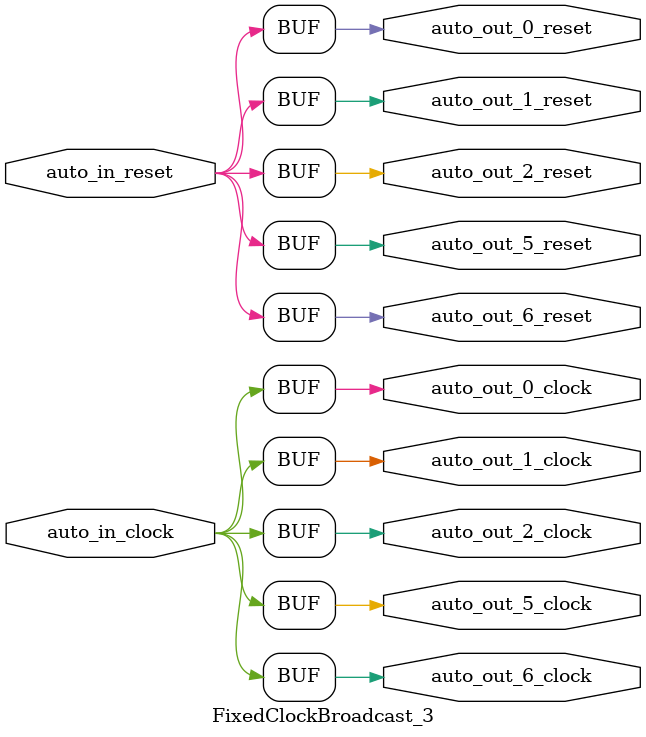
<source format=sv>
`ifndef RANDOMIZE
  `ifdef RANDOMIZE_MEM_INIT
    `define RANDOMIZE
  `endif // RANDOMIZE_MEM_INIT
`endif // not def RANDOMIZE
`ifndef RANDOMIZE
  `ifdef RANDOMIZE_REG_INIT
    `define RANDOMIZE
  `endif // RANDOMIZE_REG_INIT
`endif // not def RANDOMIZE

`ifndef RANDOM
  `define RANDOM $random
`endif // not def RANDOM

// Users can define INIT_RANDOM as general code that gets injected into the
// initializer block for modules with registers.
`ifndef INIT_RANDOM
  `define INIT_RANDOM
`endif // not def INIT_RANDOM

// If using random initialization, you can also define RANDOMIZE_DELAY to
// customize the delay used, otherwise 0.002 is used.
`ifndef RANDOMIZE_DELAY
  `define RANDOMIZE_DELAY 0.002
`endif // not def RANDOMIZE_DELAY

// Define INIT_RANDOM_PROLOG_ for use in our modules below.
`ifndef INIT_RANDOM_PROLOG_
  `ifdef RANDOMIZE
    `ifdef VERILATOR
      `define INIT_RANDOM_PROLOG_ `INIT_RANDOM
    `else  // VERILATOR
      `define INIT_RANDOM_PROLOG_ `INIT_RANDOM #`RANDOMIZE_DELAY begin end
    `endif // VERILATOR
  `else  // RANDOMIZE
    `define INIT_RANDOM_PROLOG_
  `endif // RANDOMIZE
`endif // not def INIT_RANDOM_PROLOG_

// Include register initializers in init blocks unless synthesis is set
`ifndef SYNTHESIS
  `ifndef ENABLE_INITIAL_REG_
    `define ENABLE_INITIAL_REG_
  `endif // not def ENABLE_INITIAL_REG_
`endif // not def SYNTHESIS

// Include rmemory initializers in init blocks unless synthesis is set
`ifndef SYNTHESIS
  `ifndef ENABLE_INITIAL_MEM_
    `define ENABLE_INITIAL_MEM_
  `endif // not def ENABLE_INITIAL_MEM_
`endif // not def SYNTHESIS

// Standard header to adapt well known macros for prints and assertions.

// Users can define 'PRINTF_COND' to add an extra gate to prints.
`ifndef PRINTF_COND_
  `ifdef PRINTF_COND
    `define PRINTF_COND_ (`PRINTF_COND)
  `else  // PRINTF_COND
    `define PRINTF_COND_ 1
  `endif // PRINTF_COND
`endif // not def PRINTF_COND_

// Users can define 'ASSERT_VERBOSE_COND' to add an extra gate to assert error printing.
`ifndef ASSERT_VERBOSE_COND_
  `ifdef ASSERT_VERBOSE_COND
    `define ASSERT_VERBOSE_COND_ (`ASSERT_VERBOSE_COND)
  `else  // ASSERT_VERBOSE_COND
    `define ASSERT_VERBOSE_COND_ 1
  `endif // ASSERT_VERBOSE_COND
`endif // not def ASSERT_VERBOSE_COND_

// Users can define 'STOP_COND' to add an extra gate to stop conditions.
`ifndef STOP_COND_
  `ifdef STOP_COND
    `define STOP_COND_ (`STOP_COND)
  `else  // STOP_COND
    `define STOP_COND_ 1
  `endif // STOP_COND
`endif // not def STOP_COND_

module FixedClockBroadcast_3(
  input  auto_in_clock,	// @[generators/rocket-chip/src/main/scala/diplomacy/LazyModule.scala:367:18]
         auto_in_reset,	// @[generators/rocket-chip/src/main/scala/diplomacy/LazyModule.scala:367:18]
  output auto_out_6_clock,	// @[generators/rocket-chip/src/main/scala/diplomacy/LazyModule.scala:367:18]
         auto_out_6_reset,	// @[generators/rocket-chip/src/main/scala/diplomacy/LazyModule.scala:367:18]
         auto_out_5_clock,	// @[generators/rocket-chip/src/main/scala/diplomacy/LazyModule.scala:367:18]
         auto_out_5_reset,	// @[generators/rocket-chip/src/main/scala/diplomacy/LazyModule.scala:367:18]
         auto_out_2_clock,	// @[generators/rocket-chip/src/main/scala/diplomacy/LazyModule.scala:367:18]
         auto_out_2_reset,	// @[generators/rocket-chip/src/main/scala/diplomacy/LazyModule.scala:367:18]
         auto_out_1_clock,	// @[generators/rocket-chip/src/main/scala/diplomacy/LazyModule.scala:367:18]
         auto_out_1_reset,	// @[generators/rocket-chip/src/main/scala/diplomacy/LazyModule.scala:367:18]
         auto_out_0_clock,	// @[generators/rocket-chip/src/main/scala/diplomacy/LazyModule.scala:367:18]
         auto_out_0_reset	// @[generators/rocket-chip/src/main/scala/diplomacy/LazyModule.scala:367:18]
);

  assign auto_out_6_clock = auto_in_clock;
  assign auto_out_6_reset = auto_in_reset;
  assign auto_out_5_clock = auto_in_clock;
  assign auto_out_5_reset = auto_in_reset;
  assign auto_out_2_clock = auto_in_clock;
  assign auto_out_2_reset = auto_in_reset;
  assign auto_out_1_clock = auto_in_clock;
  assign auto_out_1_reset = auto_in_reset;
  assign auto_out_0_clock = auto_in_clock;
  assign auto_out_0_reset = auto_in_reset;
endmodule


</source>
